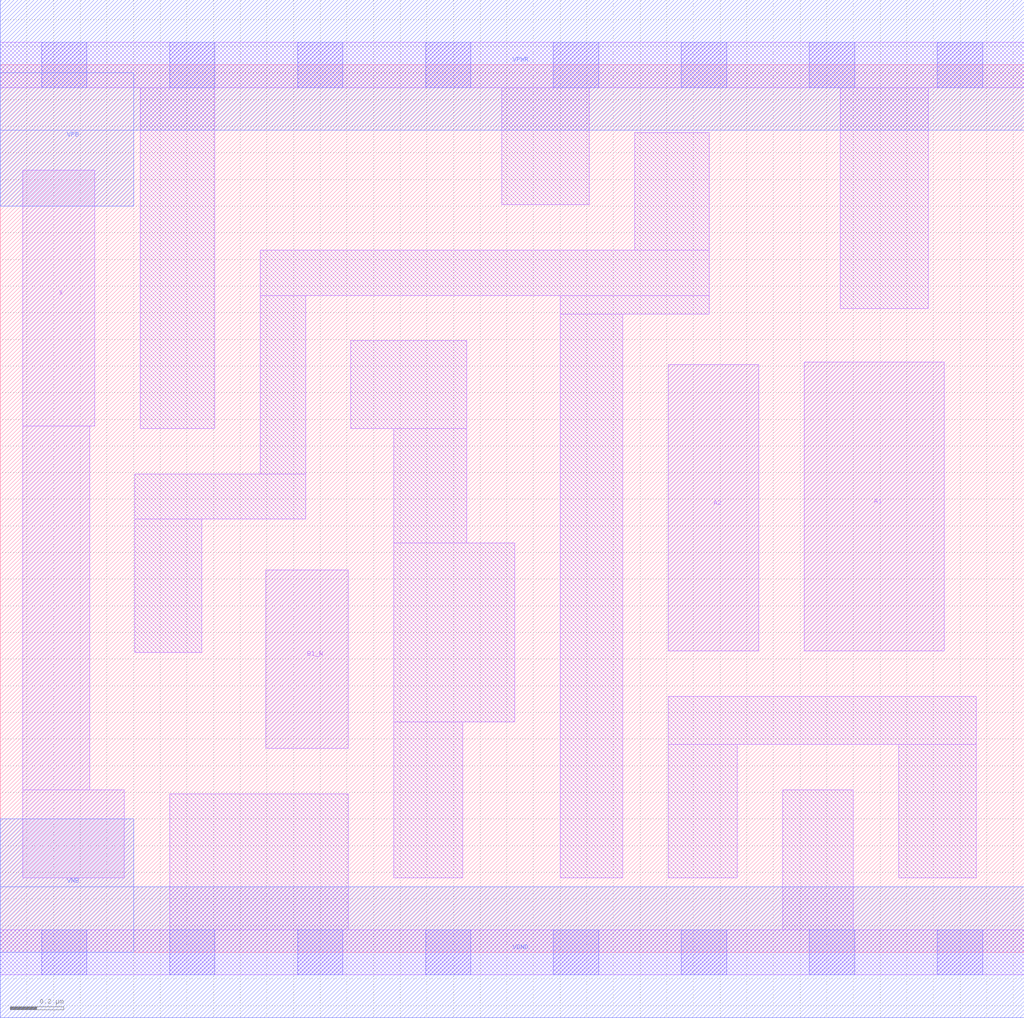
<source format=lef>
# Copyright 2020 The SkyWater PDK Authors
#
# Licensed under the Apache License, Version 2.0 (the "License");
# you may not use this file except in compliance with the License.
# You may obtain a copy of the License at
#
#     https://www.apache.org/licenses/LICENSE-2.0
#
# Unless required by applicable law or agreed to in writing, software
# distributed under the License is distributed on an "AS IS" BASIS,
# WITHOUT WARRANTIES OR CONDITIONS OF ANY KIND, either express or implied.
# See the License for the specific language governing permissions and
# limitations under the License.
#
# SPDX-License-Identifier: Apache-2.0

VERSION 5.5 ;
NAMESCASESENSITIVE ON ;
BUSBITCHARS "[]" ;
DIVIDERCHAR "/" ;
MACRO sky130_fd_sc_lp__o21ba_0
  CLASS CORE ;
  SOURCE USER ;
  ORIGIN  0.000000  0.000000 ;
  SIZE  3.840000 BY  3.330000 ;
  SYMMETRY X Y R90 ;
  SITE unit ;
  PIN A1
    ANTENNAGATEAREA  0.159000 ;
    DIRECTION INPUT ;
    USE SIGNAL ;
    PORT
      LAYER li1 ;
        RECT 3.015000 1.130000 3.540000 2.215000 ;
    END
  END A1
  PIN A2
    ANTENNAGATEAREA  0.159000 ;
    DIRECTION INPUT ;
    USE SIGNAL ;
    PORT
      LAYER li1 ;
        RECT 2.505000 1.130000 2.845000 2.205000 ;
    END
  END A2
  PIN B1_N
    ANTENNAGATEAREA  0.126000 ;
    DIRECTION INPUT ;
    USE SIGNAL ;
    PORT
      LAYER li1 ;
        RECT 0.995000 0.765000 1.305000 1.435000 ;
    END
  END B1_N
  PIN X
    ANTENNADIFFAREA  0.280900 ;
    DIRECTION OUTPUT ;
    USE SIGNAL ;
    PORT
      LAYER li1 ;
        RECT 0.085000 0.280000 0.465000 0.610000 ;
        RECT 0.085000 0.610000 0.335000 1.975000 ;
        RECT 0.085000 1.975000 0.355000 2.935000 ;
    END
  END X
  PIN VGND
    DIRECTION INOUT ;
    USE GROUND ;
    PORT
      LAYER met1 ;
        RECT 0.000000 -0.245000 3.840000 0.245000 ;
    END
  END VGND
  PIN VNB
    DIRECTION INOUT ;
    USE GROUND ;
    PORT
      LAYER met1 ;
        RECT 0.000000 0.000000 0.500000 0.500000 ;
    END
  END VNB
  PIN VPB
    DIRECTION INOUT ;
    USE POWER ;
    PORT
      LAYER met1 ;
        RECT 0.000000 2.800000 0.500000 3.300000 ;
    END
  END VPB
  PIN VPWR
    DIRECTION INOUT ;
    USE POWER ;
    PORT
      LAYER met1 ;
        RECT 0.000000 3.085000 3.840000 3.575000 ;
    END
  END VPWR
  OBS
    LAYER li1 ;
      RECT 0.000000 -0.085000 3.840000 0.085000 ;
      RECT 0.000000  3.245000 3.840000 3.415000 ;
      RECT 0.505000  1.125000 0.755000 1.625000 ;
      RECT 0.505000  1.625000 1.145000 1.795000 ;
      RECT 0.525000  1.965000 0.805000 3.245000 ;
      RECT 0.635000  0.085000 1.305000 0.595000 ;
      RECT 0.975000  1.795000 1.145000 2.465000 ;
      RECT 0.975000  2.465000 2.660000 2.635000 ;
      RECT 1.315000  1.965000 1.750000 2.295000 ;
      RECT 1.475000  0.280000 1.735000 0.865000 ;
      RECT 1.475000  0.865000 1.930000 1.535000 ;
      RECT 1.475000  1.535000 1.750000 1.965000 ;
      RECT 1.880000  2.805000 2.210000 3.245000 ;
      RECT 2.100000  0.280000 2.335000 2.395000 ;
      RECT 2.100000  2.395000 2.660000 2.465000 ;
      RECT 2.380000  2.635000 2.660000 3.075000 ;
      RECT 2.505000  0.280000 2.765000 0.780000 ;
      RECT 2.505000  0.780000 3.660000 0.960000 ;
      RECT 2.935000  0.085000 3.200000 0.610000 ;
      RECT 3.150000  2.415000 3.480000 3.245000 ;
      RECT 3.370000  0.280000 3.660000 0.780000 ;
    LAYER mcon ;
      RECT 0.155000 -0.085000 0.325000 0.085000 ;
      RECT 0.155000  3.245000 0.325000 3.415000 ;
      RECT 0.635000 -0.085000 0.805000 0.085000 ;
      RECT 0.635000  3.245000 0.805000 3.415000 ;
      RECT 1.115000 -0.085000 1.285000 0.085000 ;
      RECT 1.115000  3.245000 1.285000 3.415000 ;
      RECT 1.595000 -0.085000 1.765000 0.085000 ;
      RECT 1.595000  3.245000 1.765000 3.415000 ;
      RECT 2.075000 -0.085000 2.245000 0.085000 ;
      RECT 2.075000  3.245000 2.245000 3.415000 ;
      RECT 2.555000 -0.085000 2.725000 0.085000 ;
      RECT 2.555000  3.245000 2.725000 3.415000 ;
      RECT 3.035000 -0.085000 3.205000 0.085000 ;
      RECT 3.035000  3.245000 3.205000 3.415000 ;
      RECT 3.515000 -0.085000 3.685000 0.085000 ;
      RECT 3.515000  3.245000 3.685000 3.415000 ;
  END
END sky130_fd_sc_lp__o21ba_0
END LIBRARY

</source>
